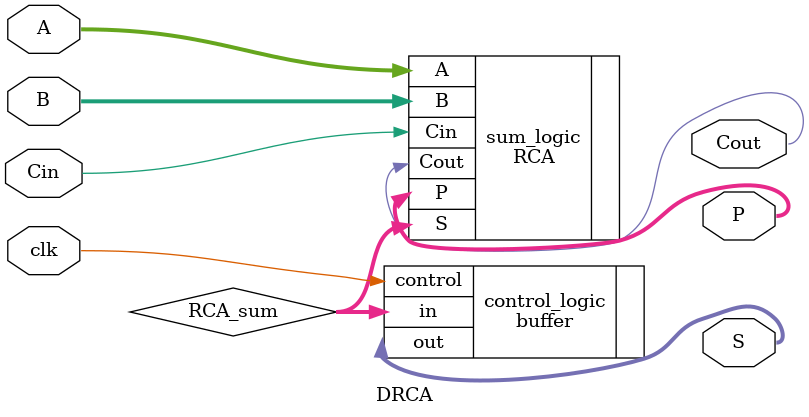
<source format=v>

module DRCA #(parameter N = 8) (clk, A, B, Cin, Cout, P, S);

    //N is the bitwidth of the DRCA

    // I/O declaration
    input [N-1:0] A, B;
    input clk, Cin;
    output Cout;
    output [N-1: 0] P, S;

    //internal wiring 
    wire [N-1:0] RCA_sum;

    //logic: buffer releases sum from an RCA after worst case delay (length of clock cycle)
    RCA #(.N(N)) sum_logic (.A(A), .B(B), .Cin(Cin), .Cout(Cout), .P(P), .S(RCA_sum));
    buffer #(.N(N)) control_logic (.in(RCA_sum), .out(S), .control(clk));

endmodule

</source>
